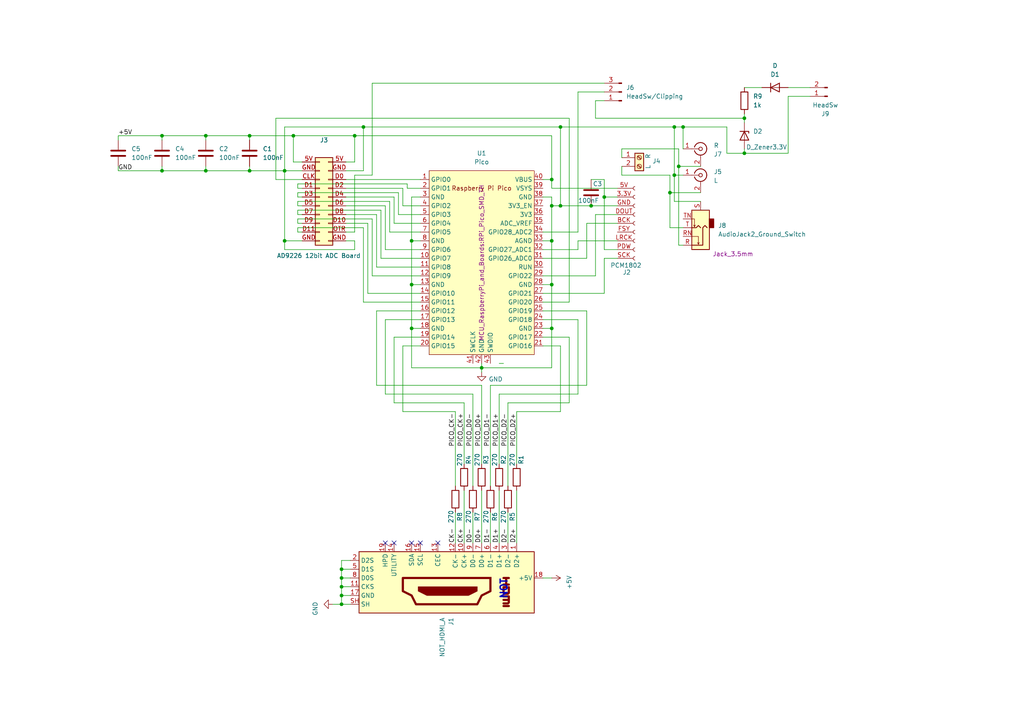
<source format=kicad_sch>
(kicad_sch (version 20231120) (generator "eeschema") (generator_version "8.0")
  (paper "A4")
  (lib_symbols
    (symbol "Connector:Conn_01x02_Pin" (pin_names (offset 1.016) hide)
      (property "Reference" "J" (at 0 2.54 0))
      (property "Value" "Conn_01x02_Pin" (at 0 -5.08 0))
      (symbol "Conn_01x02_Pin_1_1"
        (polyline (pts (xy 1.27 -2.54) (xy 0.8636 -2.54)) (stroke (width 0.1524)))
        (polyline (pts (xy 1.27 0) (xy 0.8636 0)) (stroke (width 0.1524)))
        (rectangle (start 0.8636 -2.413) (end 0 -2.667) (stroke (width 0.1524)) (fill (type outline)))
        (rectangle (start 0.8636 0.127) (end 0 -0.127) (stroke (width 0.1524)) (fill (type outline)))
        (pin passive line (at 5.08 0 180) (length 3.81) (name "Pin_1") (number "1"))
        (pin passive line (at 5.08 -2.54 180) (length 3.81) (name "Pin_2") (number "2"))
      )
    )
    (symbol "Connector:Conn_01x03_Pin" (pin_names (offset 1.016) hide)
      (property "Reference" "J" (at 0 5.08 0))
      (property "Value" "Conn_01x03_Pin" (at 0 -5.08 0))
      (symbol "Conn_01x03_Pin_1_1"
        (polyline (pts (xy 1.27 -2.54) (xy 0.8636 -2.54)) (stroke (width 0.1524)))
        (polyline (pts (xy 1.27 0) (xy 0.8636 0)) (stroke (width 0.1524)))
        (polyline (pts (xy 1.27 2.54) (xy 0.8636 2.54)) (stroke (width 0.1524)))
        (rectangle (start 0.8636 -2.413) (end 0 -2.667) (stroke (width 0.1524)) (fill (type outline)))
        (rectangle (start 0.8636 0.127) (end 0 -0.127) (stroke (width 0.1524)) (fill (type outline)))
        (rectangle (start 0.8636 2.667) (end 0 2.413) (stroke (width 0.1524)) (fill (type outline)))
        (pin passive line (at 5.08 2.54 180) (length 3.81) (name "Pin_1") (number "1"))
        (pin passive line (at 5.08 0 180) (length 3.81) (name "Pin_2") (number "2"))
        (pin passive line (at 5.08 -2.54 180) (length 3.81) (name "Pin_3") (number "3"))
      )
    )
    (symbol "Connector:Conn_01x09_Socket" (pin_names (offset 1.016) hide)
      (property "Reference" "J2" (at 1.27 1.2701 0))
      (property "Value" "PCM1802" (at 1.27 -1.2699 0))
      (symbol "Conn_01x09_Socket_1_1"
        (arc (start 0 -9.652) (mid -0.5058 -10.16) (end 0 -10.668) (stroke (width 0.1524)))
        (arc (start 0 -7.112) (mid -0.5058 -7.62) (end 0 -8.128) (stroke (width 0.1524)))
        (arc (start 0 -4.572) (mid -0.5058 -5.08) (end 0 -5.588) (stroke (width 0.1524)))
        (arc (start 0 -2.032) (mid -0.5058 -2.54) (end 0 -3.048) (stroke (width 0.1524)))
        (polyline (pts (xy -1.27 -10.16) (xy -0.508 -10.16)) (stroke (width 0.1524)))
        (polyline (pts (xy -1.27 -7.62) (xy -0.508 -7.62)) (stroke (width 0.1524)))
        (polyline (pts (xy -1.27 -5.08) (xy -0.508 -5.08)) (stroke (width 0.1524)))
        (polyline (pts (xy -1.27 -2.54) (xy -0.508 -2.54)) (stroke (width 0.1524)))
        (polyline (pts (xy -1.27 0) (xy -0.508 0)) (stroke (width 0.1524)))
        (polyline (pts (xy -1.27 2.54) (xy -0.508 2.54)) (stroke (width 0.1524)))
        (polyline (pts (xy -1.27 5.08) (xy -0.508 5.08)) (stroke (width 0.1524)))
        (polyline (pts (xy -1.27 7.62) (xy -0.508 7.62)) (stroke (width 0.1524)))
        (polyline (pts (xy -1.27 10.16) (xy -0.508 10.16)) (stroke (width 0.1524)))
        (arc (start 0 0.508) (mid -0.5058 0) (end 0 -0.508) (stroke (width 0.1524)))
        (arc (start 0 3.048) (mid -0.5058 2.54) (end 0 2.032) (stroke (width 0.1524)))
        (arc (start 0 5.588) (mid -0.5058 5.08) (end 0 4.572) (stroke (width 0.1524)))
        (arc (start 0 8.128) (mid -0.5058 7.62) (end 0 7.112) (stroke (width 0.1524)))
        (arc (start 0 10.668) (mid -0.5058 10.16) (end 0 9.652) (stroke (width 0.1524)))
        (pin passive line (at -5.08 7.62 0) (length 3.81) (name "Pin_2") (number "3.3V"))
        (pin passive line (at -5.08 10.16 0) (length 3.81) (name "Pin_1") (number "5V"))
        (pin passive line (at -5.08 0 0) (length 3.81) (name "Pin_5") (number "BCK"))
        (pin passive line (at -5.08 2.54 0) (length 3.81) (name "Pin_4") (number "DOUT"))
        (pin passive line (at -5.08 -2.54 0) (length 3.81) (name "Pin_6") (number "FSY"))
        (pin passive line (at -5.08 5.08 0) (length 3.81) (name "Pin_3") (number "GND"))
        (pin passive line (at -5.08 -5.08 0) (length 3.81) (name "Pin_7") (number "LRCK"))
        (pin passive line (at -5.08 -7.62 0) (length 3.81) (name "Pin_8") (number "PDW"))
        (pin passive line (at -5.08 -10.16 0) (length 3.81) (name "Pin_9") (number "SCK"))
      )
    )
    (symbol "Connector:Conn_Coaxial" (pin_names (offset 1.016) hide)
      (property "Reference" "J" (at 0.254 3.048 0))
      (property "Value" "Conn_Coaxial" (at 2.921 0 90))
      (symbol "Conn_Coaxial_0_1"
        (arc (start -1.778 -0.508) (mid 0.2311 -1.8066) (end 1.778 0) (stroke (width 0.254)))
        (polyline (pts (xy -2.54 0) (xy -0.508 0)))
        (polyline (pts (xy 0 -2.54) (xy 0 -1.778)))
        (circle (center 0 0) (radius 0.508) (stroke (width 0.2032)))
        (arc (start 1.778 0) (mid 0.2099 1.8101) (end -1.778 0.508) (stroke (width 0.254)))
      )
      (symbol "Conn_Coaxial_1_1"
        (pin passive line (at -5.08 0 0) (length 2.54) (name "In") (number "1"))
        (pin passive line (at 0 -5.08 90) (length 2.54) (name "Ext") (number "2"))
      )
    )
    (symbol "Connector:HDMI_A"
      (property "Reference" "J" (at -6.35 26.67 0))
      (property "Value" "HDMI_A" (at 10.16 26.67 0))
      (symbol "HDMI_A_0_0"
        (polyline (pts (xy 8.128 16.51) (xy 8.128 18.034)) (stroke (width 0.635)))
        (polyline (pts (xy 0 16.51) (xy 0 18.034) (xy 0 17.272) (xy 1.905 17.272) (xy 1.905 18.034) (xy 1.905 16.51)) (stroke (width 0.635)))
        (polyline (pts (xy 2.667 18.034) (xy 4.318 18.034) (xy 4.572 17.78) (xy 4.572 16.764) (xy 4.318 16.51) (xy 2.667 16.51) (xy 2.667 17.272)) (stroke (width 0.635)))
      )
      (symbol "HDMI_A_0_1"
        (rectangle (start -7.62 25.4) (end 10.16 -25.4) (stroke (width 0.254)) (fill (type background)))
        (polyline (pts (xy 2.54 8.89) (xy 3.81 8.89) (xy 5.08 6.35) (xy 5.08 -5.715) (xy 3.81 -8.255) (xy 2.54 -8.255) (xy 2.54 8.89)) (fill (type outline)))
        (polyline (pts (xy 5.334 16.51) (xy 5.334 18.034) (xy 6.35 18.034) (xy 6.35 16.51) (xy 6.35 18.034) (xy 7.112 18.034) (xy 7.366 17.78) (xy 7.366 16.51)) (stroke (width 0.635)))
        (polyline (pts (xy 0 12.7) (xy 0 -12.7) (xy 3.81 -12.7) (xy 5.08 -10.16) (xy 7.62 -8.89) (xy 7.62 8.89) (xy 5.08 10.16) (xy 3.81 12.7) (xy 0 12.7)) (stroke (width 0.635)))
      )
      (symbol "HDMI_A_1_1"
        (pin passive line (at -10.16 20.32 0) (length 2.54) (name "D2+") (number "1"))
        (pin passive line (at -10.16 5.08 0) (length 2.54) (name "CK+") (number "10"))
        (pin power_in line (at 2.54 -27.94 90) (length 2.54) (name "CKS") (number "11"))
        (pin passive line (at -10.16 2.54 0) (length 2.54) (name "CK-") (number "12"))
        (pin bidirectional line (at -10.16 -2.54 0) (length 2.54) (name "CEC") (number "13"))
        (pin passive line (at -10.16 -15.24 0) (length 2.54) (name "UTILITY") (number "14"))
        (pin passive line (at -10.16 -7.62 0) (length 2.54) (name "SCL") (number "15"))
        (pin bidirectional line (at -10.16 -10.16 0) (length 2.54) (name "SDA") (number "16"))
        (pin power_in line (at 5.08 -27.94 90) (length 2.54) (name "GND") (number "17"))
        (pin power_in line (at 0 27.94 270) (length 2.54) (name "+5V") (number "18"))
        (pin passive line (at -10.16 -17.78 0) (length 2.54) (name "HPD") (number "19"))
        (pin power_in line (at -5.08 -27.94 90) (length 2.54) (name "D2S") (number "2"))
        (pin passive line (at -10.16 17.78 0) (length 2.54) (name "D2-") (number "3"))
        (pin passive line (at -10.16 15.24 0) (length 2.54) (name "D1+") (number "4"))
        (pin power_in line (at -2.54 -27.94 90) (length 2.54) (name "D1S") (number "5"))
        (pin passive line (at -10.16 12.7 0) (length 2.54) (name "D1-") (number "6"))
        (pin passive line (at -10.16 10.16 0) (length 2.54) (name "D0+") (number "7"))
        (pin power_in line (at 0 -27.94 90) (length 2.54) (name "D0S") (number "8"))
        (pin passive line (at -10.16 7.62 0) (length 2.54) (name "D0-") (number "9"))
        (pin passive line (at 7.62 -27.94 90) (length 2.54) (name "SH") (number "SH"))
      )
    )
    (symbol "Connector:Screw_Terminal_01x02" (pin_names (offset 1.016) hide)
      (property "Reference" "J" (at 0 2.54 0))
      (property "Value" "Screw_Terminal_01x02" (at 0 -5.08 0))
      (symbol "Screw_Terminal_01x02_1_1"
        (rectangle (start -1.27 1.27) (end 1.27 -3.81) (stroke (width 0.254)) (fill (type background)))
        (circle (center 0 -2.54) (radius 0.635) (stroke (width 0.1524)))
        (polyline (pts (xy -0.5334 -2.2098) (xy 0.3302 -3.048)) (stroke (width 0.1524)))
        (polyline (pts (xy -0.5334 0.3302) (xy 0.3302 -0.508)) (stroke (width 0.1524)))
        (polyline (pts (xy -0.3556 -2.032) (xy 0.508 -2.8702)) (stroke (width 0.1524)))
        (polyline (pts (xy -0.3556 0.508) (xy 0.508 -0.3302)) (stroke (width 0.1524)))
        (circle (center 0 0) (radius 0.635) (stroke (width 0.1524)))
        (pin passive line (at -5.08 0 0) (length 3.81) (name "Pin_1") (number "1"))
        (pin passive line (at -5.08 -2.54 0) (length 3.81) (name "Pin_2") (number "2"))
      )
    )
    (symbol "Connector_Audio:AudioJack2_Ground_Switch"
      (property "Reference" "J8" (at -5.08 -0.6351 0))
      (property "Value" "AudioJack2_Ground_Switch" (at -5.08 1.9049 0))
      (property "Footprint" "Connector_Audio:Jack_3.5mm_CUI_SJ1-3515N_Horizontal" (at -9.398 7.62 0))
      (symbol "AudioJack2_Ground_Switch_0_1"
        (rectangle (start -2.54 -2.54) (end -3.81 0) (stroke (width 0.254)) (fill (type outline)))
        (rectangle (start 2.54 6.35) (end -2.54 -5.08) (stroke (width 0.254)) (fill (type background)))
      )
      (symbol "AudioJack2_Ground_Switch_1_1"
        (polyline (pts (xy 0.635 4.826) (xy 0.889 4.318)))
        (polyline (pts (xy 1.778 -0.254) (xy 2.032 -0.762)))
        (polyline (pts (xy 0 0) (xy 0.635 -0.635) (xy 1.27 0) (xy 2.54 0)) (stroke (width 0.254)))
        (polyline (pts (xy 2.54 -2.54) (xy 1.778 -2.54) (xy 1.778 -0.254) (xy 1.524 -0.762)))
        (polyline (pts (xy 2.54 2.54) (xy 0.635 2.54) (xy 0.635 4.826) (xy 0.381 4.318)))
        (polyline (pts (xy 2.54 5.08) (xy -0.635 5.08) (xy -0.635 0) (xy -1.27 -0.635) (xy -1.905 0)) (stroke (width 0.254)))
        (pin passive line (at 5.08 5.08 180) (length 2.54) (name "~") (number "R"))
        (pin passive line (at 5.08 2.54 180) (length 2.54) (name "~") (number "RN"))
        (pin passive line (at 0 -7.62 90) (length 2.54) (name "~") (number "S"))
        (pin passive line (at 5.08 0 180) (length 2.54) (name "~") (number "T"))
        (pin passive line (at 5.08 -2.54 180) (length 2.54) (name "~") (number "TN"))
      )
    )
    (symbol "Connector_Generic:Conn_02x10_Odd_Even" (pin_names (offset 1.016) hide)
      (property "Reference" "J3" (at 1.27 16.51 0))
      (property "Value" "AD9226 12bit ADC Board" (at 1.27 13.97 0))
      (symbol "Conn_02x10_Odd_Even_1_1"
        (rectangle (start -1.27 -12.573) (end 0 -12.827) (stroke (width 0.1524)))
        (rectangle (start -1.27 -10.033) (end 0 -10.287) (stroke (width 0.1524)))
        (rectangle (start -1.27 -7.493) (end 0 -7.747) (stroke (width 0.1524)))
        (rectangle (start -1.27 -4.953) (end 0 -5.207) (stroke (width 0.1524)))
        (rectangle (start -1.27 -2.413) (end 0 -2.667) (stroke (width 0.1524)))
        (rectangle (start -1.27 0.127) (end 0 -0.127) (stroke (width 0.1524)))
        (rectangle (start -1.27 2.667) (end 0 2.413) (stroke (width 0.1524)))
        (rectangle (start -1.27 5.207) (end 0 4.953) (stroke (width 0.1524)))
        (rectangle (start -1.27 7.747) (end 0 7.493) (stroke (width 0.1524)))
        (rectangle (start -1.27 10.287) (end 0 10.033) (stroke (width 0.1524)))
        (rectangle (start -1.27 11.43) (end 3.81 -13.97) (stroke (width 0.254)) (fill (type background)))
        (rectangle (start 3.81 -12.573) (end 2.54 -12.827) (stroke (width 0.1524)))
        (rectangle (start 3.81 -10.033) (end 2.54 -10.287) (stroke (width 0.1524)))
        (rectangle (start 3.81 -7.493) (end 2.54 -7.747) (stroke (width 0.1524)))
        (rectangle (start 3.81 -4.953) (end 2.54 -5.207) (stroke (width 0.1524)))
        (rectangle (start 3.81 -2.413) (end 2.54 -2.667) (stroke (width 0.1524)))
        (rectangle (start 3.81 0.127) (end 2.54 -0.127) (stroke (width 0.1524)))
        (rectangle (start 3.81 2.667) (end 2.54 2.413) (stroke (width 0.1524)))
        (rectangle (start 3.81 5.207) (end 2.54 4.953) (stroke (width 0.1524)))
        (rectangle (start 3.81 7.747) (end 2.54 7.493) (stroke (width 0.1524)))
        (rectangle (start 3.81 10.287) (end 2.54 10.033) (stroke (width 0.1524)))
        (pin passive line (at -5.08 10.16 0) (length 3.81) (name "Pin_1") (number "5V"))
        (pin passive line (at 7.62 10.16 180) (length 3.81) (name "Pin_2") (number "5V"))
        (pin passive line (at -5.08 5.08 0) (length 3.81) (name "Pin_5") (number "CLK"))
        (pin passive line (at 7.62 5.08 180) (length 3.81) (name "Pin_6") (number "D0"))
        (pin passive line (at -5.08 2.54 0) (length 3.81) (name "Pin_7") (number "D1"))
        (pin passive line (at 7.62 -7.62 180) (length 3.81) (name "Pin_16") (number "D10"))
        (pin passive line (at -5.08 -10.16 0) (length 3.81) (name "Pin_17") (number "D11"))
        (pin passive line (at 7.62 2.54 180) (length 3.81) (name "Pin_8") (number "D2"))
        (pin passive line (at -5.08 0 0) (length 3.81) (name "Pin_9") (number "D3"))
        (pin passive line (at 7.62 0 180) (length 3.81) (name "Pin_10") (number "D4"))
        (pin passive line (at -5.08 -2.54 0) (length 3.81) (name "Pin_11") (number "D5"))
        (pin passive line (at 7.62 -2.54 180) (length 3.81) (name "Pin_12") (number "D6"))
        (pin passive line (at -5.08 -5.08 0) (length 3.81) (name "Pin_13") (number "D7"))
        (pin passive line (at 7.62 -5.08 180) (length 3.81) (name "Pin_14") (number "D8"))
        (pin passive line (at -5.08 -7.62 0) (length 3.81) (name "Pin_15") (number "D9"))
        (pin passive line (at -5.08 -12.7 0) (length 3.81) (name "Pin_19") (number "GND"))
        (pin passive line (at 7.62 -12.7 180) (length 3.81) (name "Pin_20") (number "GND"))
        (pin passive line (at -5.08 7.62 0) (length 3.81) (name "Pin_3") (number "GND"))
        (pin passive line (at 7.62 7.62 180) (length 3.81) (name "Pin_4") (number "GND"))
        (pin passive line (at 7.62 -10.16 180) (length 3.81) (name "Pin_18") (number "OTR"))
      )
    )
    (symbol "Device:C" (pin_numbers hide) (pin_names (offset 0.254))
      (property "Reference" "C" (at 0.635 2.54 0))
      (property "Value" "C" (at 0.635 -2.54 0))
      (symbol "C_0_1"
        (polyline (pts (xy -2.032 -0.762) (xy 2.032 -0.762)) (stroke (width 0.508)))
        (polyline (pts (xy -2.032 0.762) (xy 2.032 0.762)) (stroke (width 0.508)))
      )
      (symbol "C_1_1"
        (pin passive line (at 0 3.81 270) (length 2.794) (name "~") (number "1"))
        (pin passive line (at 0 -3.81 90) (length 2.794) (name "~") (number "2"))
      )
    )
    (symbol "Device:D" (pin_numbers hide) (pin_names (offset 1.016) hide)
      (property "Reference" "D" (at 0 2.54 0))
      (property "Value" "D" (at 0 -2.54 0))
      (symbol "D_0_1"
        (polyline (pts (xy -1.27 1.27) (xy -1.27 -1.27)) (stroke (width 0.254)))
        (polyline (pts (xy 1.27 0) (xy -1.27 0)))
        (polyline (pts (xy 1.27 1.27) (xy 1.27 -1.27) (xy -1.27 0) (xy 1.27 1.27)) (stroke (width 0.254)))
      )
      (symbol "D_1_1"
        (pin passive line (at -3.81 0 0) (length 2.54) (name "K") (number "1"))
        (pin passive line (at 3.81 0 180) (length 2.54) (name "A") (number "2"))
      )
    )
    (symbol "Device:D_Zener" (pin_numbers hide) (pin_names (offset 1.016) hide)
      (property "Reference" "D" (at 0 2.54 0))
      (property "Value" "D_Zener" (at 0 -2.54 0))
      (symbol "D_Zener_0_1"
        (polyline (pts (xy 1.27 0) (xy -1.27 0)))
        (polyline (pts (xy -1.27 -1.27) (xy -1.27 1.27) (xy -0.762 1.27)) (stroke (width 0.254)))
        (polyline (pts (xy 1.27 -1.27) (xy 1.27 1.27) (xy -1.27 0) (xy 1.27 -1.27)) (stroke (width 0.254)))
      )
      (symbol "D_Zener_1_1"
        (pin passive line (at -3.81 0 0) (length 2.54) (name "K") (number "1"))
        (pin passive line (at 3.81 0 180) (length 2.54) (name "A") (number "2"))
      )
    )
    (symbol "Device:R" (pin_numbers hide) (pin_names (offset 0))
      (property "Reference" "R" (at 2.032 0 90))
      (property "Value" "R" (at 0 0 90))
      (symbol "R_0_1"
        (rectangle (start -1.016 -2.54) (end 1.016 2.54) (stroke (width 0.254)))
      )
      (symbol "R_1_1"
        (pin passive line (at 0 3.81 270) (length 1.27) (name "~") (number "1"))
        (pin passive line (at 0 -3.81 90) (length 1.27) (name "~") (number "2"))
      )
    )
    (symbol "MCU_RaspberryPi_and_Boards:Pico"
      (property "Reference" "U" (at -13.97 27.94 0))
      (property "Value" "Pico" (at 0 19.05 0))
      (symbol "Pico_0_0"
        (text "Raspberry Pi Pico" (at 0 21.59 0) (effects (font (size 1.27 1.27))))
      )
      (symbol "Pico_0_1"
        (rectangle (start -15.24 26.67) (end 15.24 -26.67) (fill (type background)))
      )
      (symbol "Pico_1_1"
        (pin bidirectional line (at -17.78 24.13 0) (length 2.54) (name "GPIO0") (number "1"))
        (pin bidirectional line (at -17.78 1.27 0) (length 2.54) (name "GPIO7") (number "10"))
        (pin bidirectional line (at -17.78 -1.27 0) (length 2.54) (name "GPIO8") (number "11"))
        (pin bidirectional line (at -17.78 -3.81 0) (length 2.54) (name "GPIO9") (number "12"))
        (pin power_in line (at -17.78 -6.35 0) (length 2.54) (name "GND") (number "13"))
        (pin bidirectional line (at -17.78 -8.89 0) (length 2.54) (name "GPIO10") (number "14"))
        (pin bidirectional line (at -17.78 -11.43 0) (length 2.54) (name "GPIO11") (number "15"))
        (pin bidirectional line (at -17.78 -13.97 0) (length 2.54) (name "GPIO12") (number "16"))
        (pin bidirectional line (at -17.78 -16.51 0) (length 2.54) (name "GPIO13") (number "17"))
        (pin power_in line (at -17.78 -19.05 0) (length 2.54) (name "GND") (number "18"))
        (pin bidirectional line (at -17.78 -21.59 0) (length 2.54) (name "GPIO14") (number "19"))
        (pin bidirectional line (at -17.78 21.59 0) (length 2.54) (name "GPIO1") (number "2"))
        (pin bidirectional line (at -17.78 -24.13 0) (length 2.54) (name "GPIO15") (number "20"))
        (pin bidirectional line (at 17.78 -24.13 180) (length 2.54) (name "GPIO16") (number "21"))
        (pin bidirectional line (at 17.78 -21.59 180) (length 2.54) (name "GPIO17") (number "22"))
        (pin power_in line (at 17.78 -19.05 180) (length 2.54) (name "GND") (number "23"))
        (pin bidirectional line (at 17.78 -16.51 180) (length 2.54) (name "GPIO18") (number "24"))
        (pin bidirectional line (at 17.78 -13.97 180) (length 2.54) (name "GPIO19") (number "25"))
        (pin bidirectional line (at 17.78 -11.43 180) (length 2.54) (name "GPIO20") (number "26"))
        (pin bidirectional line (at 17.78 -8.89 180) (length 2.54) (name "GPIO21") (number "27"))
        (pin power_in line (at 17.78 -6.35 180) (length 2.54) (name "GND") (number "28"))
        (pin bidirectional line (at 17.78 -3.81 180) (length 2.54) (name "GPIO22") (number "29"))
        (pin power_in line (at -17.78 19.05 0) (length 2.54) (name "GND") (number "3"))
        (pin input line (at 17.78 -1.27 180) (length 2.54) (name "RUN") (number "30"))
        (pin bidirectional line (at 17.78 1.27 180) (length 2.54) (name "GPIO26_ADC0") (number "31"))
        (pin bidirectional line (at 17.78 3.81 180) (length 2.54) (name "GPIO27_ADC1") (number "32"))
        (pin power_in line (at 17.78 6.35 180) (length 2.54) (name "AGND") (number "33"))
        (pin bidirectional line (at 17.78 8.89 180) (length 2.54) (name "GPIO28_ADC2") (number "34"))
        (pin power_in line (at 17.78 11.43 180) (length 2.54) (name "ADC_VREF") (number "35"))
        (pin power_in line (at 17.78 13.97 180) (length 2.54) (name "3V3") (number "36"))
        (pin input line (at 17.78 16.51 180) (length 2.54) (name "3V3_EN") (number "37"))
        (pin bidirectional line (at 17.78 19.05 180) (length 2.54) (name "GND") (number "38"))
        (pin power_in line (at 17.78 21.59 180) (length 2.54) (name "VSYS") (number "39"))
        (pin bidirectional line (at -17.78 16.51 0) (length 2.54) (name "GPIO2") (number "4"))
        (pin power_in line (at 17.78 24.13 180) (length 2.54) (name "VBUS") (number "40"))
        (pin input line (at -2.54 -29.21 90) (length 2.54) (name "SWCLK") (number "41"))
        (pin power_in line (at 0 -29.21 90) (length 2.54) (name "GND") (number "42"))
        (pin bidirectional line (at 2.54 -29.21 90) (length 2.54) (name "SWDIO") (number "43"))
        (pin bidirectional line (at -17.78 13.97 0) (length 2.54) (name "GPIO3") (number "5"))
        (pin bidirectional line (at -17.78 11.43 0) (length 2.54) (name "GPIO4") (number "6"))
        (pin bidirectional line (at -17.78 8.89 0) (length 2.54) (name "GPIO5") (number "7"))
        (pin power_in line (at -17.78 6.35 0) (length 2.54) (name "GND") (number "8"))
        (pin bidirectional line (at -17.78 3.81 0) (length 2.54) (name "GPIO6") (number "9"))
      )
    )
    (symbol "power:+5V" (power) (pin_names (offset 0))
      (property "Value" "+5V" (at 0 3.556 0))
      (symbol "+5V_0_1"
        (polyline (pts (xy -0.762 1.27) (xy 0 2.54)))
        (polyline (pts (xy 0 0) (xy 0 2.54)))
        (polyline (pts (xy 0 2.54) (xy 0.762 1.27)))
      )
      (symbol "+5V_1_1"
        (pin power_in line (at 0 0 90) (length 0) hide (name "+5V") (number "1"))
      )
    )
    (symbol "power:GND" (power) (pin_names (offset 0))
      (property "Value" "GND" (at 0 -3.81 0))
      (symbol "GND_0_1"
        (polyline (pts (xy 0 0) (xy 0 -1.27) (xy 1.27 -1.27) (xy 0 -2.54) (xy -1.27 -1.27) (xy 0 -1.27)))
      )
      (symbol "GND_1_1"
        (pin power_in line (at 0 0 270) (length 0) hide (name "GND") (number "1"))
      )
    )
  )
  (junction (at 160.02 69.85))
  (junction (at 46.99 39.37))
  (junction (at 194.31 55.88))
  (junction (at 82.55 69.85))
  (junction (at 215.9 34.29))
  (junction (at 198.12 36.83))
  (junction (at 195.58 36.83))
  (junction (at 195.58 50.8))
  (junction (at 139.7 106.68))
  (junction (at 119.38 95.25))
  (junction (at 160.02 95.25))
  (junction (at 160.02 52.07))
  (junction (at 119.38 82.55))
  (junction (at 119.38 69.85))
  (junction (at 99.06 167.64) (diameter 0.9144))
  (junction (at 196.85 48.26))
  (junction (at 99.06 175.26) (diameter 0.9144))
  (junction (at 215.9 44.45))
  (junction (at 102.87 39.37))
  (junction (at 160.02 59.69))
  (junction (at 105.41 36.83))
  (junction (at 46.99 49.53))
  (junction (at 82.55 49.53))
  (junction (at 162.56 36.83))
  (junction (at 99.06 172.72) (diameter 0.9144))
  (junction (at 160.02 82.55))
  (junction (at 72.39 39.37))
  (junction (at 175.26 57.15))
  (junction (at 59.69 49.53))
  (junction (at 99.06 170.18) (diameter 0.9144))
  (junction (at 72.39 49.53))
  (junction (at 85.09 39.37))
  (junction (at 59.69 39.37))
  (junction (at 162.56 59.69))
  (junction (at 171.45 59.69))
  (junction (at 99.06 165.1) (diameter 0.9144))
  (no_connect (at 119.38 157.48))
  (no_connect (at 121.92 157.48))
  (no_connect (at 127 157.48))
  (no_connect (at 111.76 157.48))
  (no_connect (at 114.3 157.48))
  (wire (pts (xy 100.33 52.07) (xy 121.92 52.07)))
  (wire (pts (xy 100.33 64.77) (xy 106.68 64.77)))
  (wire (pts (xy 82.55 36.83) (xy 82.55 49.53)))
  (wire (pts (xy 114.3 64.77) (xy 121.92 64.77)))
  (wire (pts (xy 86.36 62.23) (xy 86.36 60.96)))
  (wire (pts (xy 110.49 60.96) (xy 110.49 74.93)))
  (wire (pts (xy 195.58 36.83) (xy 195.58 50.8)))
  (wire (pts (xy 142.24 148.59) (xy 142.24 157.48)))
  (wire (pts (xy 147.32 148.59) (xy 147.32 157.48)))
  (wire (pts (xy 132.08 119.38) (xy 132.08 140.97)))
  (wire (pts (xy 106.68 85.09) (xy 121.92 85.09)))
  (wire (pts (xy 170.18 90.17) (xy 170.18 111.76)))
  (wire (pts (xy 113.03 58.42) (xy 113.03 67.31)))
  (wire (pts (xy 215.9 43.18) (xy 215.9 44.45)))
  (wire (pts (xy 102.87 67.31) (xy 100.33 67.31)))
  (wire (pts (xy 119.38 69.85) (xy 121.92 69.85)))
  (wire (pts (xy 100.33 69.85) (xy 102.87 69.85)))
  (wire (pts (xy 234.95 25.4) (xy 228.6 25.4)))
  (wire (pts (xy 170.18 64.77) (xy 170.18 74.93)))
  (wire (pts (xy 194.31 55.88) (xy 203.2 55.88)))
  (wire (pts (xy 157.48 85.09) (xy 175.26 85.09)))
  (wire (pts (xy 160.02 106.68) (xy 139.7 106.68)))
  (wire (pts (xy 172.72 62.23) (xy 172.72 80.01)))
  (wire (pts (xy 160.02 59.69) (xy 160.02 69.85)))
  (wire (pts (xy 210.82 36.83) (xy 198.12 36.83)))
  (wire (pts (xy 85.09 39.37) (xy 102.87 39.37)))
  (wire (pts (xy 175.26 85.09) (xy 175.26 74.93)))
  (wire (pts (xy 115.57 62.23) (xy 121.92 62.23)))
  (wire (pts (xy 215.9 34.29) (xy 215.9 35.56)))
  (wire (pts (xy 101.6 162.56) (xy 99.06 162.56)))
  (wire (pts (xy 100.33 59.69) (xy 111.76 59.69)))
  (wire (pts (xy 134.62 142.24) (xy 134.62 157.48)))
  (wire (pts (xy 180.34 50.8) (xy 194.31 50.8)))
  (wire (pts (xy 165.1 34.29) (xy 165.1 87.63)))
  (wire (pts (xy 195.58 50.8) (xy 198.12 50.8)))
  (wire (pts (xy 111.76 72.39) (xy 121.92 72.39)))
  (wire (pts (xy 139.7 111.76) (xy 139.7 134.62)))
  (wire (pts (xy 102.87 69.85) (xy 102.87 72.39)))
  (wire (pts (xy 149.86 119.38) (xy 149.86 134.62)))
  (wire (pts (xy 72.39 39.37) (xy 85.09 39.37)))
  (wire (pts (xy 107.95 24.13) (xy 175.26 24.13)))
  (wire (pts (xy 80.01 52.07) (xy 80.01 34.29)))
  (wire (pts (xy 234.95 27.94) (xy 228.6 27.94)))
  (wire (pts (xy 80.01 34.29) (xy 165.1 34.29)))
  (wire (pts (xy 102.87 39.37) (xy 160.02 39.37)))
  (wire (pts (xy 110.49 74.93) (xy 121.92 74.93)))
  (wire (pts (xy 160.02 95.25) (xy 160.02 106.68)))
  (wire (pts (xy 99.06 170.18) (xy 99.06 172.72)))
  (wire (pts (xy 162.56 36.83) (xy 195.58 36.83)))
  (wire (pts (xy 109.22 111.76) (xy 139.7 111.76)))
  (wire (pts (xy 109.22 77.47) (xy 121.92 77.47)))
  (wire (pts (xy 196.85 48.26) (xy 196.85 43.18)))
  (wire (pts (xy 87.63 59.69) (xy 86.36 59.69)))
  (wire (pts (xy 144.78 114.3) (xy 144.78 134.62)))
  (wire (pts (xy 196.85 48.26) (xy 196.85 71.12)))
  (wire (pts (xy 195.58 58.42) (xy 195.58 50.8)))
  (wire (pts (xy 34.29 40.64) (xy 34.29 39.37)))
  (wire (pts (xy 105.41 66.04) (xy 105.41 87.63)))
  (wire (pts (xy 167.64 72.39) (xy 157.48 72.39)))
  (wire (pts (xy 165.1 97.79) (xy 165.1 116.84)))
  (wire (pts (xy 203.2 58.42) (xy 195.58 58.42)))
  (wire (pts (xy 198.12 43.18) (xy 198.12 36.83)))
  (wire (pts (xy 114.3 97.79) (xy 114.3 116.84)))
  (wire (pts (xy 121.92 92.71) (xy 111.76 92.71)))
  (wire (pts (xy 146.05 105.41) (xy 144.78 105.41)))
  (wire (pts (xy 119.38 106.68) (xy 139.7 106.68)))
  (wire (pts (xy 46.99 40.64) (xy 46.99 39.37)))
  (wire (pts (xy 109.22 90.17) (xy 109.22 111.76)))
  (wire (pts (xy 149.86 142.24) (xy 149.86 157.48)))
  (wire (pts (xy 87.63 46.99) (xy 85.09 46.99)))
  (wire (pts (xy 119.38 69.85) (xy 119.38 82.55)))
  (wire (pts (xy 160.02 82.55) (xy 160.02 95.25)))
  (wire (pts (xy 99.06 175.26) (xy 96.52 175.26)))
  (wire (pts (xy 194.31 66.04) (xy 194.31 55.88)))
  (wire (pts (xy 99.06 165.1) (xy 99.06 167.64)))
  (wire (pts (xy 87.63 62.23) (xy 86.36 62.23)))
  (wire (pts (xy 100.33 46.99) (xy 102.87 46.99)))
  (wire (pts (xy 144.78 142.24) (xy 144.78 157.48)))
  (wire (pts (xy 86.36 54.61) (xy 86.36 53.34)))
  (wire (pts (xy 170.18 74.93) (xy 157.48 74.93)))
  (wire (pts (xy 86.36 63.5) (xy 107.95 63.5)))
  (wire (pts (xy 160.02 57.15) (xy 160.02 59.69)))
  (wire (pts (xy 134.62 116.84) (xy 134.62 134.62)))
  (wire (pts (xy 157.48 57.15) (xy 160.02 57.15)))
  (wire (pts (xy 105.41 36.83) (xy 162.56 36.83)))
  (wire (pts (xy 86.36 64.77) (xy 86.36 63.5)))
  (wire (pts (xy 172.72 34.29) (xy 215.9 34.29)))
  (wire (pts (xy 198.12 66.04) (xy 194.31 66.04)))
  (wire (pts (xy 179.07 69.85) (xy 167.64 69.85)))
  (wire (pts (xy 119.38 95.25) (xy 121.92 95.25)))
  (wire (pts (xy 107.95 63.5) (xy 107.95 80.01)))
  (wire (pts (xy 59.69 40.64) (xy 59.69 39.37)))
  (wire (pts (xy 86.36 59.69) (xy 86.36 58.42)))
  (wire (pts (xy 116.84 59.69) (xy 121.92 59.69)))
  (wire (pts (xy 167.64 26.67) (xy 167.64 67.31)))
  (wire (pts (xy 215.9 44.45) (xy 210.82 44.45)))
  (wire (pts (xy 157.48 95.25) (xy 160.02 95.25)))
  (wire (pts (xy 34.29 39.37) (xy 46.99 39.37)))
  (wire (pts (xy 86.36 57.15) (xy 86.36 55.88)))
  (wire (pts (xy 175.26 74.93) (xy 179.07 74.93)))
  (wire (pts (xy 119.38 57.15) (xy 119.38 69.85)))
  (wire (pts (xy 165.1 87.63) (xy 157.48 87.63)))
  (wire (pts (xy 180.34 43.18) (xy 196.85 43.18)))
  (wire (pts (xy 72.39 40.64) (xy 72.39 39.37)))
  (wire (pts (xy 175.26 57.15) (xy 179.07 57.15)))
  (wire (pts (xy 160.02 69.85) (xy 160.02 82.55)))
  (wire (pts (xy 105.41 87.63) (xy 121.92 87.63)))
  (wire (pts (xy 86.36 66.04) (xy 105.41 66.04)))
  (wire (pts (xy 157.48 67.31) (xy 167.64 67.31)))
  (wire (pts (xy 59.69 49.53) (xy 72.39 49.53)))
  (wire (pts (xy 87.63 67.31) (xy 86.36 67.31)))
  (wire (pts (xy 160.02 59.69) (xy 162.56 59.69)))
  (wire (pts (xy 162.56 36.83) (xy 162.56 59.69)))
  (wire (pts (xy 85.09 46.99) (xy 85.09 39.37)))
  (wire (pts (xy 162.56 100.33) (xy 162.56 119.38)))
  (wire (pts (xy 179.07 62.23) (xy 172.72 62.23)))
  (wire (pts (xy 172.72 29.21) (xy 172.72 34.29)))
  (wire (pts (xy 121.92 90.17) (xy 109.22 90.17)))
  (wire (pts (xy 116.84 54.61) (xy 116.84 59.69)))
  (wire (pts (xy 121.92 100.33) (xy 116.84 100.33)))
  (wire (pts (xy 82.55 36.83) (xy 105.41 36.83)))
  (wire (pts (xy 118.11 53.34) (xy 118.11 54.61)))
  (wire (pts (xy 116.84 119.38) (xy 132.08 119.38)))
  (wire (pts (xy 179.07 64.77) (xy 170.18 64.77)))
  (wire (pts (xy 100.33 49.53) (xy 105.41 49.53)))
  (wire (pts (xy 101.6 167.64) (xy 99.06 167.64)))
  (wire (pts (xy 119.38 82.55) (xy 119.38 95.25)))
  (wire (pts (xy 139.7 106.68) (xy 139.7 107.95)))
  (wire (pts (xy 160.02 54.61) (xy 179.07 54.61)))
  (wire (pts (xy 101.6 172.72) (xy 99.06 172.72)))
  (wire (pts (xy 46.99 39.37) (xy 59.69 39.37)))
  (wire (pts (xy 196.85 71.12) (xy 198.12 71.12)))
  (wire (pts (xy 105.41 49.53) (xy 105.41 36.83)))
  (wire (pts (xy 107.95 50.8) (xy 102.87 50.8)))
  (wire (pts (xy 196.85 48.26) (xy 203.2 48.26)))
  (wire (pts (xy 86.36 55.88) (xy 115.57 55.88)))
  (wire (pts (xy 99.06 162.56) (xy 99.06 165.1)))
  (wire (pts (xy 194.31 50.8) (xy 194.31 55.88)))
  (wire (pts (xy 99.06 167.64) (xy 99.06 170.18)))
  (wire (pts (xy 137.16 114.3) (xy 137.16 140.97)))
  (wire (pts (xy 100.33 62.23) (xy 109.22 62.23)))
  (wire (pts (xy 160.02 52.07) (xy 160.02 54.61)))
  (wire (pts (xy 72.39 49.53) (xy 72.39 48.26)))
  (wire (pts (xy 215.9 44.45) (xy 228.6 44.45)))
  (wire (pts (xy 107.95 80.01) (xy 121.92 80.01)))
  (wire (pts (xy 86.36 60.96) (xy 110.49 60.96)))
  (wire (pts (xy 86.36 53.34) (xy 118.11 53.34)))
  (wire (pts (xy 137.16 148.59) (xy 137.16 157.48)))
  (wire (pts (xy 157.48 100.33) (xy 162.56 100.33)))
  (wire (pts (xy 101.6 170.18) (xy 99.06 170.18)))
  (wire (pts (xy 160.02 39.37) (xy 160.02 52.07)))
  (wire (pts (xy 228.6 27.94) (xy 228.6 44.45)))
  (wire (pts (xy 59.69 48.26) (xy 59.69 49.53)))
  (wire (pts (xy 102.87 72.39) (xy 82.55 72.39)))
  (wire (pts (xy 107.95 24.13) (xy 107.95 50.8)))
  (wire (pts (xy 165.1 116.84) (xy 147.32 116.84)))
  (wire (pts (xy 198.12 36.83) (xy 195.58 36.83)))
  (wire (pts (xy 109.22 62.23) (xy 109.22 77.47)))
  (wire (pts (xy 111.76 114.3) (xy 137.16 114.3)))
  (wire (pts (xy 170.18 111.76) (xy 142.24 111.76)))
  (wire (pts (xy 179.07 72.39) (xy 175.26 72.39)))
  (wire (pts (xy 86.36 67.31) (xy 86.36 66.04)))
  (wire (pts (xy 172.72 80.01) (xy 157.48 80.01)))
  (wire (pts (xy 72.39 49.53) (xy 82.55 49.53)))
  (wire (pts (xy 180.34 48.26) (xy 180.34 50.8)))
  (wire (pts (xy 142.24 111.76) (xy 142.24 140.97)))
  (wire (pts (xy 87.63 57.15) (xy 86.36 57.15)))
  (wire (pts (xy 102.87 39.37) (xy 102.87 46.99)))
  (wire (pts (xy 157.48 52.07) (xy 160.02 52.07)))
  (wire (pts (xy 106.68 64.77) (xy 106.68 85.09)))
  (wire (pts (xy 102.87 50.8) (xy 102.87 67.31)))
  (wire (pts (xy 180.34 43.18) (xy 180.34 45.72)))
  (wire (pts (xy 87.63 64.77) (xy 86.36 64.77)))
  (wire (pts (xy 82.55 72.39) (xy 82.55 69.85)))
  (wire (pts (xy 162.56 59.69) (xy 171.45 59.69)))
  (wire (pts (xy 46.99 48.26) (xy 46.99 49.53)))
  (wire (pts (xy 220.98 25.4) (xy 215.9 25.4)))
  (wire (pts (xy 99.06 172.72) (xy 99.06 175.26)))
  (wire (pts (xy 100.33 57.15) (xy 114.3 57.15)))
  (wire (pts (xy 111.76 59.69) (xy 111.76 72.39)))
  (wire (pts (xy 118.11 54.61) (xy 121.92 54.61)))
  (wire (pts (xy 46.99 49.53) (xy 59.69 49.53)))
  (wire (pts (xy 147.32 116.84) (xy 147.32 140.97)))
  (wire (pts (xy 114.3 57.15) (xy 114.3 64.77)))
  (wire (pts (xy 87.63 52.07) (xy 80.01 52.07)))
  (wire (pts (xy 171.45 59.69) (xy 179.07 59.69)))
  (wire (pts (xy 157.48 82.55) (xy 160.02 82.55)))
  (wire (pts (xy 116.84 100.33) (xy 116.84 119.38)))
  (wire (pts (xy 139.7 105.41) (xy 139.7 106.68)))
  (wire (pts (xy 167.64 69.85) (xy 167.64 72.39)))
  (wire (pts (xy 139.7 142.24) (xy 139.7 157.48)))
  (wire (pts (xy 175.26 29.21) (xy 172.72 29.21)))
  (wire (pts (xy 167.64 114.3) (xy 144.78 114.3)))
  (wire (pts (xy 175.26 52.07) (xy 175.26 57.15)))
  (wire (pts (xy 119.38 95.25) (xy 119.38 106.68)))
  (wire (pts (xy 121.92 57.15) (xy 119.38 57.15)))
  (wire (pts (xy 82.55 49.53) (xy 82.55 69.85)))
  (wire (pts (xy 121.92 97.79) (xy 114.3 97.79)))
  (wire (pts (xy 167.64 26.67) (xy 175.26 26.67)))
  (wire (pts (xy 215.9 33.02) (xy 215.9 34.29)))
  (wire (pts (xy 132.08 148.59) (xy 132.08 157.48)))
  (wire (pts (xy 157.48 92.71) (xy 167.64 92.71)))
  (wire (pts (xy 115.57 55.88) (xy 115.57 62.23)))
  (wire (pts (xy 101.6 175.26) (xy 99.06 175.26)))
  (wire (pts (xy 87.63 54.61) (xy 86.36 54.61)))
  (wire (pts (xy 113.03 67.31) (xy 121.92 67.31)))
  (wire (pts (xy 111.76 92.71) (xy 111.76 114.3)))
  (wire (pts (xy 210.82 44.45) (xy 210.82 36.83)))
  (wire (pts (xy 114.3 116.84) (xy 134.62 116.84)))
  (wire (pts (xy 119.38 82.55) (xy 121.92 82.55)))
  (wire (pts (xy 167.64 92.71) (xy 167.64 114.3)))
  (wire (pts (xy 34.29 48.26) (xy 34.29 49.53)))
  (wire (pts (xy 101.6 165.1) (xy 99.06 165.1)))
  (wire (pts (xy 157.48 97.79) (xy 165.1 97.79)))
  (wire (pts (xy 160.02 167.64) (xy 157.48 167.64)))
  (wire (pts (xy 82.55 69.85) (xy 87.63 69.85)))
  (wire (pts (xy 82.55 49.53) (xy 87.63 49.53)))
  (wire (pts (xy 157.48 90.17) (xy 170.18 90.17)))
  (wire (pts (xy 171.45 52.07) (xy 175.26 52.07)))
  (wire (pts (xy 34.29 49.53) (xy 46.99 49.53)))
  (wire (pts (xy 175.26 72.39) (xy 175.26 57.15)))
  (wire (pts (xy 162.56 119.38) (xy 149.86 119.38)))
  (wire (pts (xy 59.69 39.37) (xy 72.39 39.37)))
  (wire (pts (xy 157.48 69.85) (xy 160.02 69.85)))
  (wire (pts (xy 86.36 58.42) (xy 113.03 58.42)))
  (wire (pts (xy 100.33 54.61) (xy 116.84 54.61)))
  (text "NOT" (at 147.32 173.99 90) (effects (font (size 2 2) (thickness 0.4) (bold yes)) (justify left bottom)))
  (label "PICO_D0-" (at 137.16 129.54 90))
  (label "D2+" (at 149.86 157.48 90))
  (label "D1+" (at 144.78 157.48 90))
  (label "D0-" (at 137.16 157.48 90))
  (label "D0+" (at 139.7 157.48 90))
  (label "CK+" (at 134.62 157.48 90))
  (label "+5V" (at 34.29 39.37 0))
  (label "GND" (at 34.29 49.53 0))
  (label "PICO_D0+" (at 139.7 129.54 90))
  (label "D2-" (at 147.32 157.48 90))
  (label "PICO_CK-" (at 132.08 129.54 90))
  (label "CK-" (at 132.08 157.48 90))
  (label "PICO_D1+" (at 144.78 129.54 90))
  (label "PICO_D1-" (at 142.24 129.54 90))
  (label "PICO_D2+" (at 149.86 129.54 90))
  (label "D1-" (at 142.24 157.48 90))
  (label "PICO_CK+" (at 134.62 129.54 90))
  (label "PICO_D2-" (at 147.32 129.54 90))
  (symbol (lib_id "Device:R") (at 144.78 138.43 0) (unit 1)
    (property "Reference" "R2" (at 146.05 133.35 90))
    (property "Value" "270" (at 143.51 133.35 90))
    (property "Footprint" "Resistor_SMD:R_0402_1005Metric" (effects (hide yes)))
  )
  (symbol (lib_id "Device:C") (at 72.39 44.45 0) (unit 1)
    (property "Reference" "C1" (at 76.2 43.1799 0) (effects (justify left)))
    (property "Value" "100nF" (at 76.2 45.7199 0) (effects (justify left)))
    (property "Footprint" "Capacitor_SMD:C_0805_2012Metric_Pad1.18x1.45mm_HandSolder" (effects (hide yes)))
    (property "Description" "Unpolarized capacitor" (effects (hide yes)))
  )
  (symbol (lib_id "power:+5V") (at 160.02 167.64 270) (unit 1)
    (property "Reference" "#PWR01" (effects (hide yes)))
    (property "Value" "+5V" (at 165.1 168.91 0))
  )
  (symbol (lib_id "Device:R") (at 134.62 138.43 0) (unit 1)
    (property "Reference" "R4" (at 135.89 133.35 90))
    (property "Value" "270" (at 133.35 133.35 90))
    (property "Footprint" "Resistor_SMD:R_0402_1005Metric" (effects (hide yes)))
  )
  (symbol (lib_id "Device:R") (at 137.16 144.78 0) (unit 1)
    (property "Reference" "R7" (at 138.43 149.86 90))
    (property "Value" "270" (at 135.89 149.86 90))
    (property "Footprint" "Resistor_SMD:R_0402_1005Metric" (effects (hide yes)))
  )
  (symbol (lib_id "Device:R") (at 139.7 138.43 0) (unit 1)
    (property "Reference" "R3" (at 140.97 133.35 90))
    (property "Value" "270" (at 138.43 133.35 90))
    (property "Footprint" "Resistor_SMD:R_0402_1005Metric" (effects (hide yes)))
  )
  (symbol (lib_id "Device:R") (at 215.9 29.21 0) (unit 1)
    (property "Reference" "R9" (at 218.44 27.94 0) (effects (justify left)))
    (property "Value" "1k" (at 218.44 30.48 0) (effects (justify left)))
    (property "Footprint" "Resistor_SMD:R_0805_2012Metric_Pad1.20x1.40mm_HandSolder" (effects (hide yes)))
  )
  (symbol (lib_id "Connector:Conn_01x02_Pin") (at 240.03 27.94 180) (unit 1)
    (property "Reference" "J9" (at 239.395 33.02 0))
    (property "Value" "HeadSw" (at 239.395 30.48 0))
    (property "Footprint" "Connector_PinHeader_2.54mm:PinHeader_1x02_P2.54mm_Horizontal" (effects (hide yes)))
  )
  (symbol (lib_id "Device:D_Zener") (at 215.9 39.37 270) (unit 1)
    (property "Reference" "D2" (at 218.44 38.0999 90) (effects (justify left)))
    (property "Value" "D_Zener3.3V" (at 216.408 42.672 90) (effects (justify left)))
    (property "Footprint" "Diode_SMD:D_SOD-123" (effects (hide yes)))
  )
  (symbol (lib_id "Connector:Screw_Terminal_01x02") (at 185.42 45.72 0) (unit 1)
    (property "Reference" "J4" (at 189.23 46.736 0) (effects (justify left)))
    (property "Value" "L  R" (at 187.96 49.022 90) (effects (justify left)))
    (property "Footprint" "TerminalBlock:TerminalBlock_MaiXu_MX126-5.0-02P_1x02_P5.00mm" (effects (hide yes)))
    (property "Description" "Generic screw terminal, single row, 01x02, script generated (kicad-library-utils/schlib/autogen/connector/)" (effects (hide yes)))
  )
  (symbol (lib_id "Connector:Conn_Coaxial") (at 203.2 43.18 0) (unit 1)
    (property "Reference" "J7" (at 207.01 44.7433 0) (effects (justify left)))
    (property "Value" "R" (at 207.01 42.2033 0) (effects (justify left)))
    (property "Footprint" "RCJ-047:CUI_RCJ-047" (effects (hide yes)))
    (property "Description" "coaxial connector (BNC, SMA, SMB, SMC, Cinch/RCA, LEMO, ...)" (effects (hide yes)))
  )
  (symbol (lib_id "Connector:Conn_01x09_Socket") (at 184.15 64.77 0) (unit 1)
    (property "Reference" "J2" (at 180.594 78.994 0) (effects (justify left)))
    (property "Value" "PCM1802" (at 177.038 76.962 0) (effects (justify left)))
    (property "Footprint" "Connector_PinSocket_2.54mm:PinSocket_1x09_P2.54mm_Vertical" (effects (hide yes)))
    (property "Description" "Generic connector, single row, 01x09, script generated" (effects (hide yes)))
  )
  (symbol (lib_id "MCU_RaspberryPi_and_Boards:Pico") (at 139.7 76.2 0) (unit 1)
    (property "Reference" "U1" (at 139.7 44.45 0))
    (property "Value" "Pico" (at 139.7 46.99 0))
    (property "Footprint" "MCU_RaspberryPi_and_Boards:RPi_Pico_SMD_TH" (at 139.7 76.2 90))
  )
  (symbol (lib_id "Connector:Conn_Coaxial") (at 203.2 50.8 0) (unit 1)
    (property "Reference" "J5" (at 207.01 49.8231 0) (effects (justify left)))
    (property "Value" "L" (at 207.01 52.3631 0) (effects (justify left)))
    (property "Footprint" "RCJ-047:CUI_RCJ-047" (effects (hide yes)))
    (property "Description" "coaxial connector (BNC, SMA, SMB, SMC, Cinch/RCA, LEMO, ...)" (effects (hide yes)))
  )
  (symbol (lib_id "Device:R") (at 132.08 144.78 0) (unit 1)
    (property "Reference" "R8" (at 133.35 149.86 90))
    (property "Value" "270" (at 130.81 149.86 90))
    (property "Footprint" "Resistor_SMD:R_0402_1005Metric" (effects (hide yes)))
  )
  (symbol (lib_id "Device:R") (at 149.86 138.43 0) (unit 1)
    (property "Reference" "R1" (at 151.13 133.35 90))
    (property "Value" "270" (at 148.59 133.35 90))
    (property "Footprint" "Resistor_SMD:R_0402_1005Metric" (effects (hide yes)))
  )
  (symbol (lib_id "Connector:HDMI_A") (at 129.54 167.64 270) (unit 1)
    (property "Reference" "J1" (at 130.81 179.07 0) (effects (justify left)))
    (property "Value" "NOT_HDMI_A" (at 128.27 179.07 0) (effects (justify left)))
    (property "Footprint" "Connector:HDMI-SS-53000" (effects (hide yes)))
    (property "Datasheet" "https://en.wikipedia.org/wiki/HDMI" (effects (hide yes)))
  )
  (symbol (lib_id "Device:R") (at 142.24 144.78 0) (unit 1)
    (property "Reference" "R6" (at 143.51 149.86 90))
    (property "Value" "270" (at 140.97 149.86 90))
    (property "Footprint" "Resistor_SMD:R_0402_1005Metric" (effects (hide yes)))
  )
  (symbol (lib_id "Device:C") (at 46.99 44.45 0) (unit 1)
    (property "Reference" "C4" (at 50.8 43.1799 0) (effects (justify left)))
    (property "Value" "100nF" (at 50.8 45.7199 0) (effects (justify left)))
    (property "Footprint" "Capacitor_SMD:C_0805_2012Metric_Pad1.18x1.45mm_HandSolder" (effects (hide yes)))
    (property "Description" "Unpolarized capacitor" (effects (hide yes)))
  )
  (symbol (lib_id "Device:C") (at 171.45 55.88 0) (unit 1)
    (property "Reference" "C3" (at 171.958 53.34 0) (effects (justify left)))
    (property "Value" "100nF" (at 167.64 58.166 0) (effects (justify left)))
    (property "Footprint" "Capacitor_SMD:C_0805_2012Metric_Pad1.18x1.45mm_HandSolder" (effects (hide yes)))
    (property "Description" "Unpolarized capacitor" (effects (hide yes)))
  )
  (symbol (lib_id "Connector_Generic:Conn_02x10_Odd_Even") (at 92.71 57.15 0) (unit 1)
    (property "Reference" "J3" (at 93.98 40.64 0))
    (property "Value" "AD9226 12bit ADC Board" (at 92.456 74.168 0))
    (property "Footprint" "Connector_PinSocket_2.54mm:PinSocket_2x10_P2.54mm_Vertical" (effects (hide yes)))
    (property "Description" "Generic connector, double row, 02x10, odd/even pin numbering scheme (row 1 odd numbers, row 2 even numbers), script generated (kicad-library-utils/schlib/autogen/connector/)" (effects (hide yes)))
  )
  (symbol (lib_id "Device:C") (at 59.69 44.45 0) (unit 1)
    (property "Reference" "C2" (at 63.5 43.1799 0) (effects (justify left)))
    (property "Value" "100nF" (at 63.5 45.7199 0) (effects (justify left)))
    (property "Footprint" "Capacitor_SMD:C_0805_2012Metric_Pad1.18x1.45mm_HandSolder" (effects (hide yes)))
    (property "Description" "Unpolarized capacitor" (effects (hide yes)))
  )
  (symbol (lib_id "Connector:Conn_01x03_Pin") (at 180.34 26.67 180) (unit 1)
    (property "Reference" "J6" (at 181.61 25.3999 0) (effects (justify right)))
    (property "Value" "HeadSw/Clipping" (at 181.61 27.9399 0) (effects (justify right)))
    (property "Footprint" "Connector_PinHeader_2.54mm:PinHeader_1x03_P2.54mm_Horizontal" (effects (hide yes)))
    (property "Description" "Generic connector, single row, 01x03, script generated" (effects (hide yes)))
  )
  (symbol (lib_id "Device:D") (at 224.79 25.4 0) (unit 1)
    (property "Reference" "D1" (at 224.79 21.59 0))
    (property "Value" "D" (at 224.79 19.05 0))
    (property "Footprint" "Diode_SMD:D_SOD-123" (effects (hide yes)))
    (property "Sim.Device" "D" (effects (hide yes)))
    (property "Sim.Pins" "1=K 2=A" (effects (hide yes)))
  )
  (symbol (lib_id "Connector_Audio:AudioJack2_Ground_Switch") (at 203.2 66.04 180) (unit 1)
    (property "Reference" "J8" (at 208.28 65.4049 0) (effects (justify right)))
    (property "Value" "AudioJack2_Ground_Switch" (at 208.28 67.9449 0) (effects (justify right)))
    (property "Footprint" "Jack_3.5mm" (at 212.598 73.66 0))
    (property "Description" "Audio Jack, 2 Poles (Mono / TS), Grounded Sleeve, Switched Pole (Normalling)" (effects (hide yes)))
  )
  (symbol (lib_id "power:GND") (at 139.7 107.95 0) (unit 1)
    (property "Reference" "#PWR03" (effects (hide yes)))
    (property "Value" "GND" (at 143.764 109.982 0))
  )
  (symbol (lib_id "power:GND") (at 96.52 175.26 270) (unit 1)
    (property "Reference" "#PWR02" (effects (hide yes)))
    (property "Value" "GND" (at 91.44 176.53 0))
  )
  (symbol (lib_id "Device:R") (at 147.32 144.78 0) (unit 1)
    (property "Reference" "R5" (at 148.59 149.86 90))
    (property "Value" "270" (at 146.05 149.86 90))
    (property "Footprint" "Resistor_SMD:R_0402_1005Metric" (effects (hide yes)))
  )
  (symbol (lib_id "Device:C") (at 34.29 44.45 0) (unit 1)
    (property "Reference" "C5" (at 38.1 43.1799 0) (effects (justify left)))
    (property "Value" "100nF" (at 38.1 45.7199 0) (effects (justify left)))
    (property "Footprint" "Capacitor_SMD:C_0805_2012Metric_Pad1.18x1.45mm_HandSolder" (effects (hide yes)))
    (property "Description" "Unpolarized capacitor" (effects (hide yes)))
  )
)
</source>
